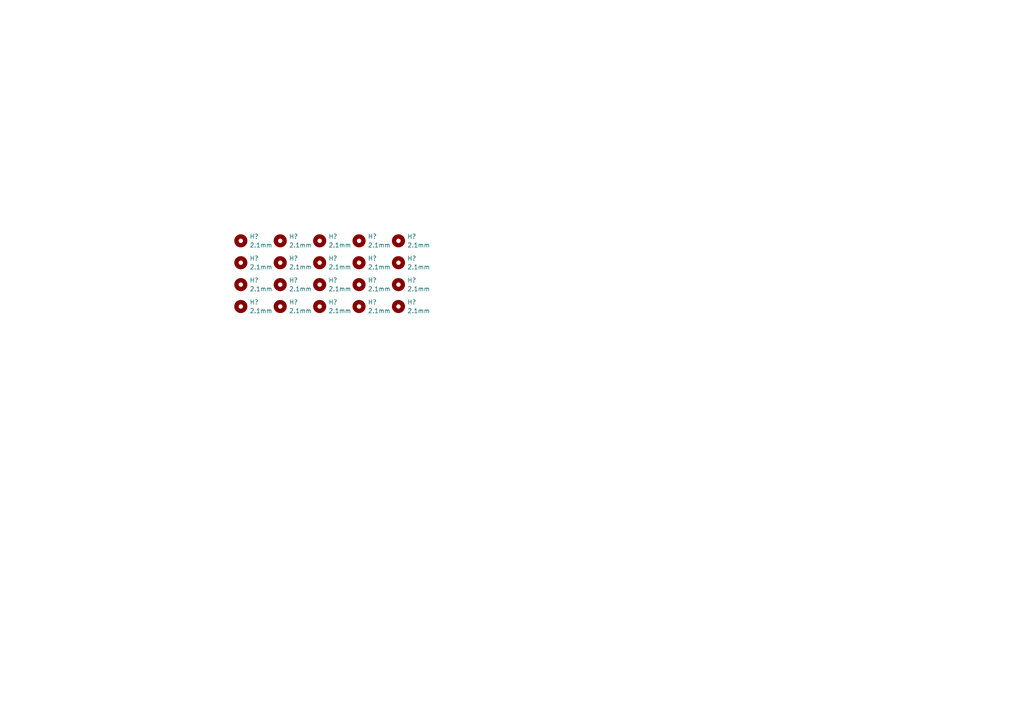
<source format=kicad_sch>
(kicad_sch (version 20211123) (generator eeschema)
  (paper "A4")
  (lib_symbols
    (symbol "Mechanical:MountingHole" (pin_names (offset 1.016))
      (property "Reference" "H" (at 0 5.08 0))
      (property "Value" "MountingHole" (at 0 3.175 0))
      (symbol "MountingHole_0_1"
        (circle (center 0 0) (radius 1.27) (stroke (width 1.27)))
      )
    )
  )
  (symbol (lib_id "Mechanical:MountingHole") (at 69.85 82.55 0) (unit 1)
    (property "Reference" "H?" (at 72.39 81.2799 0) (effects (justify left)))
    (property "Value" "2.1mm" (at 72.39 83.8199 0) (effects (justify left)))
  )
  (symbol (lib_id "Mechanical:MountingHole") (at 104.14 76.2 0) (unit 1)
    (property "Reference" "H?" (at 106.68 74.9299 0) (effects (justify left)))
    (property "Value" "2.1mm" (at 106.68 77.4699 0) (effects (justify left)))
  )
  (symbol (lib_id "Mechanical:MountingHole") (at 115.57 82.55 0) (unit 1)
    (property "Reference" "H?" (at 118.11 81.2799 0) (effects (justify left)))
    (property "Value" "2.1mm" (at 118.11 83.8199 0) (effects (justify left)))
  )
  (symbol (lib_id "Mechanical:MountingHole") (at 104.14 82.55 0) (unit 1)
    (property "Reference" "H?" (at 106.68 81.2799 0) (effects (justify left)))
    (property "Value" "2.1mm" (at 106.68 83.8199 0) (effects (justify left)))
  )
  (symbol (lib_id "Mechanical:MountingHole") (at 104.14 88.9 0) (unit 1)
    (property "Reference" "H?" (at 106.68 87.6299 0) (effects (justify left)))
    (property "Value" "2.1mm" (at 106.68 90.1699 0) (effects (justify left)))
  )
  (symbol (lib_id "Mechanical:MountingHole") (at 115.57 88.9 0) (unit 1)
    (property "Reference" "H?" (at 118.11 87.6299 0) (effects (justify left)))
    (property "Value" "2.1mm" (at 118.11 90.1699 0) (effects (justify left)))
  )
  (symbol (lib_id "Mechanical:MountingHole") (at 81.28 82.55 0) (unit 1)
    (property "Reference" "H?" (at 83.82 81.2799 0) (effects (justify left)))
    (property "Value" "2.1mm" (at 83.82 83.8199 0) (effects (justify left)))
  )
  (symbol (lib_id "Mechanical:MountingHole") (at 115.57 76.2 0) (unit 1)
    (property "Reference" "H?" (at 118.11 74.9299 0) (effects (justify left)))
    (property "Value" "2.1mm" (at 118.11 77.4699 0) (effects (justify left)))
  )
  (symbol (lib_id "Mechanical:MountingHole") (at 92.71 69.85 0) (unit 1)
    (property "Reference" "H?" (at 95.25 68.5799 0) (effects (justify left)))
    (property "Value" "2.1mm" (at 95.25 71.1199 0) (effects (justify left)))
  )
  (symbol (lib_id "Mechanical:MountingHole") (at 92.71 82.55 0) (unit 1)
    (property "Reference" "H?" (at 95.25 81.2799 0) (effects (justify left)))
    (property "Value" "2.1mm" (at 95.25 83.8199 0) (effects (justify left)))
  )
  (symbol (lib_id "Mechanical:MountingHole") (at 81.28 76.2 0) (unit 1)
    (property "Reference" "H?" (at 83.82 74.9299 0) (effects (justify left)))
    (property "Value" "2.1mm" (at 83.82 77.4699 0) (effects (justify left)))
  )
  (symbol (lib_id "Mechanical:MountingHole") (at 81.28 69.85 0) (unit 1)
    (property "Reference" "H?" (at 83.82 68.5799 0) (effects (justify left)))
    (property "Value" "2.1mm" (at 83.82 71.1199 0) (effects (justify left)))
  )
  (symbol (lib_id "Mechanical:MountingHole") (at 81.28 88.9 0) (unit 1)
    (property "Reference" "H?" (at 83.82 87.6299 0) (effects (justify left)))
    (property "Value" "2.1mm" (at 83.82 90.1699 0) (effects (justify left)))
  )
  (symbol (lib_id "Mechanical:MountingHole") (at 115.57 69.85 0) (unit 1)
    (property "Reference" "H?" (at 118.11 68.5799 0) (effects (justify left)))
    (property "Value" "2.1mm" (at 118.11 71.1199 0) (effects (justify left)))
  )
  (symbol (lib_id "Mechanical:MountingHole") (at 69.85 76.2 0) (unit 1)
    (property "Reference" "H?" (at 72.39 74.9299 0) (effects (justify left)))
    (property "Value" "2.1mm" (at 72.39 77.4699 0) (effects (justify left)))
  )
  (symbol (lib_id "Mechanical:MountingHole") (at 69.85 88.9 0) (unit 1)
    (property "Reference" "H?" (at 72.39 87.6299 0) (effects (justify left)))
    (property "Value" "2.1mm" (at 72.39 90.1699 0) (effects (justify left)))
  )
  (symbol (lib_id "Mechanical:MountingHole") (at 92.71 76.2 0) (unit 1)
    (property "Reference" "H?" (at 95.25 74.9299 0) (effects (justify left)))
    (property "Value" "2.1mm" (at 95.25 77.4699 0) (effects (justify left)))
  )
  (symbol (lib_id "Mechanical:MountingHole") (at 104.14 69.85 0) (unit 1)
    (property "Reference" "H?" (at 106.68 68.5799 0) (effects (justify left)))
    (property "Value" "2.1mm" (at 106.68 71.1199 0) (effects (justify left)))
  )
  (symbol (lib_id "Mechanical:MountingHole") (at 92.71 88.9 0) (unit 1)
    (property "Reference" "H?" (at 95.25 87.6299 0) (effects (justify left)))
    (property "Value" "2.1mm" (at 95.25 90.1699 0) (effects (justify left)))
  )
  (symbol (lib_id "Mechanical:MountingHole") (at 69.85 69.85 0) (unit 1)
    (property "Reference" "H?" (at 72.39 68.5799 0) (effects (justify left)))
    (property "Value" "2.1mm" (at 72.39 71.1199 0) (effects (justify left)))
  )
)
</source>
